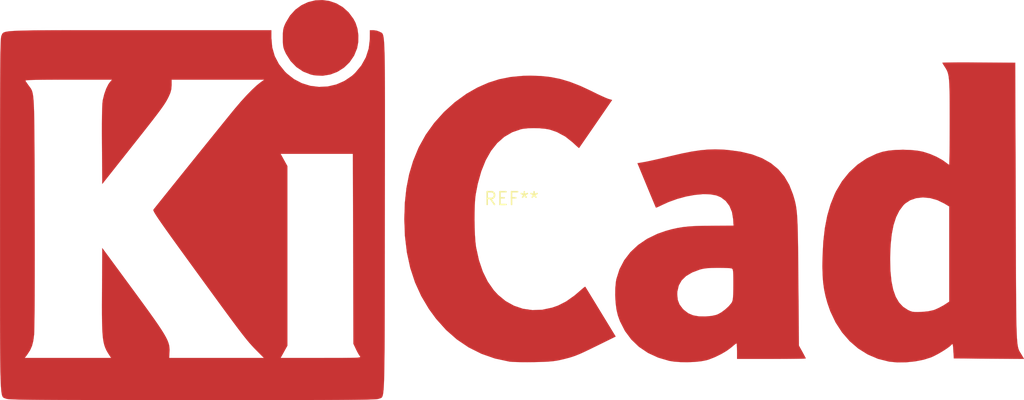
<source format=kicad_pcb>
(kicad_pcb (version 20240108) (generator pcbnew)
  (layers (0 "F.Cu" signal) (31 "B.Cu" signal) (34 "B.Paste" user) (35 "F.Paste" user) (36 "B.SilkS" user "B.Silkscreen") (37 "F.SilkS" user "F.Silkscreen") (38 "B.Mask" user) (39 "F.Mask" user) (44 "Edge.Cuts" user))
  (net 0 "")
  (footprint "KiCad-Logo_40mm_Copper" (layer "F.Cu") (at 0 0)
    (property "Reference" "REF**")
    (property "Value" "KiCad-Logo_40mm_Copper")
    (fp_poly (pts (xy -18.076147 -19.650519) (xy -17.392473 -19.413475) (xy -16.755948 -19.040369) (xy -16.187475 -18.531249) (xy -15.707957 -17.886164) (xy -15.492558 -17.47957) (xy -15.306139 -16.910856) (xy -15.215783 -16.254297) (xy -15.225791 -15.579316) (xy -15.336888 -14.967668) (xy -15.640538 -14.220254) (xy -16.080859 -13.571926) (xy -16.635471 -13.035442) (xy -17.281992 -12.623556) (xy -17.998045 -12.349026) (xy -18.761249 -12.224609) (xy -19.549223 -12.26306) (xy -19.937635 -12.345233) (xy -20.694616 -12.639697) (xy -21.366937 -13.089033) (xy -21.938382 -13.679389) (xy -22.392732 -14.396911) (xy -22.431172 -14.475269) (xy -22.564057 -14.769316) (xy -22.647495 -15.016965) (xy -22.692796 -15.278216) (xy -22.711271 -15.613068) (xy -22.714337 -15.977419) (xy -22.709267 -16.415171) (xy -22.68638 -16.731635) (xy -22.634165 -16.987491) (xy -22.541108 -17.243421) (xy -22.426241 -17.495922) (xy -21.997791 -18.212699) (xy -21.470172 -18.793068) (xy -20.864288 -19.237078) (xy -20.201041 -19.544779) (xy -19.501333 -19.71622) (xy -18.786068 -19.75145) (xy -18.076147 -19.650519)) (layer "F.Cu") (stroke (width 0.01)) (fill solid))
    (fp_poly (pts (xy 2.91731 -12.197409) (xy 3.899021 -12.089935) (xy 4.850132 -11.897568) (xy 5.809334 -11.610276) (xy 6.81532 -11.218022) (xy 7.90678 -10.710775) (xy 8.103339 -10.612522) (xy 8.554413 -10.3903) (xy 8.979838 -10.190201) (xy 9.337626 -10.031336) (xy 9.585788 -9.932816) (xy 9.62391 -9.920412) (xy 9.989247 -9.810954) (xy 8.353853 -7.431821) (xy 7.954021 -6.85035) (xy 7.588463 -6.3191) (xy 7.269611 -5.856106) (xy 7.009897 -5.479405) (xy 6.821751 -5.207034) (xy 6.717605 -5.057029) (xy 6.700685 -5.033272) (xy 6.631963 -5.082943) (xy 6.462798 -5.232265) (xy 6.223446 -5.454115) (xy 6.091353 -5.579509) (xy 5.342942 -6.174774) (xy 4.502422 -6.627107) (xy 3.778136 -6.874876) (xy 3.343358 -6.952689) (xy 2.798978 -7.000108) (xy 2.209023 -7.016253) (xy 1.63752 -7.000245) (xy 1.148496 -6.951206) (xy 0.953357 -6.913649) (xy 0.073824 -6.611051) (xy -0.718739 -6.149014) (xy -1.423747 -5.528383) (xy -2.040612 -4.750003) (xy -2.568748 -3.814719) (xy -3.007568 -2.723375) (xy -3.356485 -1.476817) (xy -3.56385 -0.409678) (xy -3.617951 0.061422) (xy -3.654812 0.670014) (xy -3.67479 1.372365) (xy -3.678241 2.12474) (xy -3.665521 2.883406) (xy -3.636987 3.604629) (xy -3.592995 4.244675) (xy -3.5339 4.759809) (xy -3.521108 4.839288) (xy -3.239164 6.119535) (xy -2.855014 7.252612) (xy -2.366323 8.243595) (xy -1.770752 9.09756) (xy -1.348 9.559251) (xy -0.588248 10.186092) (xy 0.24496 10.650735) (xy 1.137568 10.950651) (xy 2.075522 11.083312) (xy 3.044766 11.04619) (xy 4.031244 10.836755) (xy 4.614467 10.631824) (xy 5.421553 10.221455) (xy 6.253401 9.632791) (xy 6.719365 9.234707) (xy 6.981005 9.004303) (xy 7.186568 8.835264) (xy 7.303576 8.753812) (xy 7.3181 8.751327) (xy 7.370325 8.834557) (xy 7.505643 9.054495) (xy 7.712525 9.392285) (xy 7.979445 9.829072) (xy 8.294876 10.346001) (xy 8.647289 10.924217) (xy 8.843446 11.246321) (xy 10.341756 13.707338) (xy 8.471057 14.631832) (xy 7.794681 14.963908) (xy 7.246759 15.225765) (xy 6.793798 15.430409) (xy 6.402305 15.590844) (xy 6.038789 15.720076) (xy 5.669755 15.83111) (xy 5.261713 15.936952) (xy 4.870609 16.029898) (xy 4.522985 16.101819) (xy 4.15944 16.156171) (xy 3.743579 16.19597) (xy 3.23901 16.224232) (xy 2.609337 16.243975) (xy 2.184946 16.252496) (xy 1.579411 16.258312) (xy 0.998779 16.25538) (xy 0.481476 16.244535) (xy 0.065926 16.226613) (xy -0.209446 16.20245) (xy -0.225764 16.200041) (xy -1.655696 15.890683) (xy -2.998501 15.421498) (xy -4.253705 14.792797) (xy -5.420838 14.004888) (xy -6.499426 13.058081) (xy -7.488997 11.952685) (xy -8.20567 10.970251) (xy -8.968629 9.684328) (xy -9.585369 8.326319) (xy -10.058872 6.885334) (xy -10.392119 5.350487) (xy -10.588094 3.71089) (xy -10.649836 2.045999) (xy -10.599056 0.435447) (xy -10.43948 -1.050525) (xy -10.166037 -2.436981) (xy -9.773656 -3.748987) (xy -9.257267 -5.011607) (xy -9.195608 -5.142417) (xy -8.516313 -6.365201) (xy -7.681992 -7.528801) (xy -6.716282 -8.609133) (xy -5.64282 -9.582111) (xy -4.485245 -10.423652) (xy -3.406621 -11.040952) (xy -2.316985 -11.524433) (xy -1.225036 -11.874656) (xy -0.088504 -12.101157) (xy 1.134884 -12.213466) (xy 1.866308 -12.230025) (xy 2.91731 -12.197409)) (layer "F.Cu") (stroke (width 0.01)) (fill solid))
    (fp_poly (pts (xy 45.369891 -13.54794) (xy 46.144181 -13.544763) (xy 46.407347 -13.543159) (xy 50.026164 -13.519355) (xy 50.071684 0.364158) (xy 50.077696 2.246803) (xy 50.083028 3.956215) (xy 50.088021 5.501238) (xy 50.09302 6.890713) (xy 50.098365 8.133485) (xy 50.1044 9.238396) (xy 50.111467 10.214289) (xy 50.119909 11.070007) (xy 50.130067 11.814393) (xy 50.142285 12.456291) (xy 50.156905 13.004543) (xy 50.174269 13.467992) (xy 50.19472 13.855482) (xy 50.2186 14.175855) (xy 50.246252 14.437954) (xy 50.278019 14.650623) (xy 50.314242 14.822704) (xy 50.355264 14.963041) (xy 50.401428 15.080476) (xy 50.453076 15.183852) (xy 50.510551 15.282014) (xy 50.574195 15.383802) (xy 50.644351 15.498062) (xy 50.658731 15.522399) (xy 50.899987 15.934072) (xy 43.926523 15.88638) (xy 43.881003 15.120475) (xy 43.856219 14.752911) (xy 43.830391 14.540408) (xy 43.795345 14.456089) (xy 43.742909 14.473075) (xy 43.698924 14.521661) (xy 43.507323 14.698639) (xy 43.195045 14.926123) (xy 42.806085 15.176933) (xy 42.384439 15.423889) (xy 41.974106 15.63981) (xy 41.659045 15.78187) (xy 40.920915 16.015316) (xy 40.074023 16.180681) (xy 39.180889 16.271648) (xy 38.304036 16.281896) (xy 37.505984 16.205109) (xy 37.492844 16.20291) (xy 36.400844 15.928898) (xy 35.378626 15.492334) (xy 34.436049 14.902602) (xy 33.582974 14.169086) (xy 32.82926 13.301171) (xy 32.184766 12.308241) (xy 31.659353 11.199679) (xy 31.37328 10.378495) (xy 31.18463 9.691484) (xy 31.044728 9.026224) (xy 30.949298 8.342301) (xy 30.894062 7.599302) (xy 30.874743 6.756816) (xy 30.8833 6.068873) (xy 37.601086 6.068873) (xy 37.632875 7.222441) (xy 37.733156 8.214891) (xy 37.905012 9.055032) (xy 38.151529 9.751673) (xy 38.475793 10.313622) (xy 38.880888 10.749687) (xy 39.348486 11.057951) (xy 39.591801 11.173031) (xy 39.802824 11.242025) (xy 40.038092 11.273589) (xy 40.354142 11.276384) (xy 40.694623 11.264094) (xy 41.364205 11.205034) (xy 41.893783 11.089378) (xy 42.060215 11.031445) (xy 42.44025 10.86034) (xy 42.841076 10.645476) (xy 43.016129 10.537921) (xy 43.471326 10.23935) (xy 43.471326 0.775687) (xy 42.970609 0.47555) (xy 42.272307 0.136409) (xy 41.558862 -0.064162) (xy 40.856366 -0.127347) (xy 40.190911 -0.054328) (xy 39.588591 0.15371) (xy 39.075497 0.495586) (xy 38.909938 0.659687) (xy 38.510874 1.197372) (xy 38.18788 1.848236) (xy 37.938259 2.623437) (xy 37.75931 3.534129) (xy 37.648333 4.59147) (xy 37.602631 5.806614) (xy 37.601086 6.068873) (xy 30.8833 6.068873) (xy 30.886863 5.78252) (xy 30.963608 4.283862) (xy 31.117927 2.932093) (xy 31.353882 1.707523) (xy 31.675538 0.590459) (xy 32.086958 -0.43879) (xy 32.233772 -0.743928) (xy 32.825136 -1.739012) (xy 33.539768 -2.623308) (xy 34.360865 -3.382541) (xy 35.271626 -4.002439) (xy 36.255247 -4.468726) (xy 36.844865 -4.661072) (xy 37.423929 -4.775259) (xy 38.120683 -4.843197) (xy 38.876715 -4.864916) (xy 39.633616 -4.840446) (xy 40.332974 -4.769817) (xy 40.894507 -4.659015) (xy 41.562859 -4.441727) (xy 42.21065 -4.16231) (xy 42.777416 -3.849067) (xy 43.07907 -3.636473) (xy 43.287147 -3.478387) (xy 43.432845 -3.382129) (xy 43.465987 -3.368459) (xy 43.476263 -3.45653) (xy 43.485844 -3.70887) (xy 43.494518 -4.107672) (xy 43.502072 -4.635125) (xy 43.508294 -5.273422) (xy 43.512971 -6.004753) (xy 43.515892 -6.811311) (xy 43.516845 -7.632843) (xy 43.516313 -8.685081) (xy 43.513695 -9.572209) (xy 43.507463 -10.311197) (xy 43.496085 -10.919013) (xy 43.478031 -11.412626) (xy 43.451773 -11.809004) (xy 43.415779 -12.125116) (xy 43.368519 -12.377932) (xy 43.308464 -12.584419) (xy 43.234084 -12.761547) (xy 43.143847 -12.926283) (xy 43.036225 -13.095598) (xy 43.022379 -13.116561) (xy 42.883571 -13.33585) (xy 42.799766 -13.486641) (xy 42.78853 -13.518448) (xy 42.876343 -13.528483) (xy 43.126897 -13.536647) (xy 43.520859 -13.542806) (xy 44.038899 -13.546829) (xy 44.661687 -13.548585) (xy 45.369891 -13.54794)) (layer "F.Cu") (stroke (width 0.01)) (fill solid))
    (fp_poly (pts (xy 21.003171 -4.878774) (xy 21.45424 -4.84463) (xy 22.744807 -4.672925) (xy 23.887739 -4.399057) (xy 24.888601 -4.019258) (xy 25.752962 -3.529759) (xy 26.486389 -2.926793) (xy 27.094447 -2.206592) (xy 27.582705 -1.365386) (xy 27.939238 -0.455197) (xy 28.029739 -0.164862) (xy 28.108547 0.107024) (xy 28.17659 0.375097) (xy 28.234799 0.653997) (xy 28.284101 0.958361) (xy 28.325426 1.302825) (xy 28.359703 1.70203) (xy 28.387861 2.170611) (xy 28.410829 2.723206) (xy 28.429537 3.374454) (xy 28.444913 4.138993) (xy 28.457886 5.031459) (xy 28.469385 6.066491) (xy 28.48034 7.258726) (xy 28.488172 8.193548) (xy 28.54086 14.611828) (xy 28.882258 15.229478) (xy 29.043918 15.527037) (xy 29.16422 15.758161) (xy 29.221612 15.88118) (xy 29.223655 15.889514) (xy 29.135934 15.899051) (xy 28.886037 15.907838) (xy 28.49387 15.915629) (xy 27.979334 15.922176) (xy 27.362335 15.927233) (xy 26.662776 15.930551) (xy 25.900559 15.931885) (xy 25.809677 15.9319) (xy 22.395698 15.9319) (xy 22.395698 15.158064) (xy 22.389877 14.808356) (xy 22.374342 14.540903) (xy 22.351989 14.397504) (xy 22.342108 14.384229) (xy 22.251745 14.439834) (xy 22.065771 14.58577) (xy 21.824052 14.790719) (xy 21.818632 14.79546) (xy 21.377526 15.123867) (xy 20.820444 15.45363) (xy 20.210334 15.752354) (xy 19.610143 15.987643) (xy 19.345878 16.068048) (xy 18.819971 16.170172) (xy 18.174659 16.23534) (xy 17.469013 16.262623) (xy 16.762107 16.251091) (xy 16.113014 16.199817) (xy 15.658781 16.126036) (xy 14.544848 15.798921) (xy 13.542011 15.33273) (xy 12.656799 14.733247) (xy 11.895737 14.006255) (xy 11.265354 13.157538) (xy 10.772177 12.19288) (xy 10.559416 11.607527) (xy 10.426077 11.038589) (xy 10.337711 10.355595) (xy 10.296824 9.621547) (xy 10.298169 9.514735) (xy 16.455376 9.514735) (xy 16.506434 10.060177) (xy 16.67645 10.513474) (xy 16.990683 10.934026) (xy 17.111371 11.057344) (xy 17.540401 11.390736) (xy 18.036283 11.604313) (xy 18.630379 11.707699) (xy 19.255996 11.715309) (xy 19.849381 11.665047) (xy 20.303708 11.566736) (xy 20.501021 11.492896) (xy 20.856651 11.291652) (xy 21.233458 11.008631) (xy 21.577251 10.690985) (xy 21.833836 10.385867) (xy 21.901971 10.273938) (xy 21.954936 10.117191) (xy 21.992594 9.867776) (xy 22.016697 9.501867) (xy 22.029001 8.99564) (xy 22.031541 8.51385) (xy 22.02982 7.952147) (xy 22.022869 7.545996) (xy 22.008007 7.268886) (xy 21.982552 7.094308) (xy 21.943822 6.995752) (xy 21.889136 6.946709) (xy 21.872222 6.938899) (xy 21.725236 6.914842) (xy 21.435336 6.895167) (xy 21.041669 6.881645) (xy 20.583381 6.87605) (xy 20.48387 6.876045) (xy 19.871287 6.885821) (xy 19.398025 6.914898) (xy 19.021971 6.967257) (xy 18.711342 7.043727) (xy 17.94082 7.335118) (xy 17.336578 7.693368) (xy 16.893383 8.124207) (xy 16.606004 8.633366) (xy 16.469209 9.226574) (xy 16.455376 9.514735) (xy 10.298169 9.514735) (xy 10.305921 8.899447) (xy 10.367509 8.252296) (xy 10.415548 7.99084) (xy 10.722301 7.020058) (xy 11.188746 6.126847) (xy 11.806079 5.319773) (xy 12.565495 4.607404) (xy 13.45819 3.998307) (xy 14.475358 3.501049) (xy 15.340143 3.19909) (xy 15.918114 3.040453) (xy 16.470941 2.917185) (xy 17.034431 2.825285) (xy 17.644392 2.760748) (xy 18.336632 2.719572) (xy 19.146958 2.697754) (xy 19.879575 2.69161) (xy 22.051981 2.685663) (xy 22.010366 2.03266) (xy 21.89219 1.324142) (xy 21.640804 0.715144) (xy 21.266911 0.220872) (xy 20.781213 -0.143467) (xy 20.353547 -0.321253) (xy 19.740784 -0.433301) (xy 19.011314 -0.449391) (xy 18.199333 -0.375456) (xy 17.339036 -0.217427) (xy 16.464618 0.018764) (xy 15.610274 0.327185) (xy 14.989415 0.60926) (xy 14.690704 0.754105) (xy 14.462863 0.855269) (xy 14.346992 0.894743) (xy 14.340703 0.893477) (xy 14.300718 0.805059) (xy 14.200874 0.5707) (xy 14.050567 0.212851) (xy 13.85919 -0.246033) (xy 13.636141 -0.783502) (xy 13.409414 -1.332016) (xy 12.502991 -3.528906) (xy 13.147732 -3.634804) (xy 13.427183 -3.687937) (xy 13.847277 -3.777176) (xy 14.372026 -3.894422) (xy 14.965445 -4.031572) (xy 15.591545 -4.180526) (xy 15.84086 -4.241057) (xy 16.919461 -4.491229) (xy 17.863774 -4.678792) (xy 18.70905 -4.807538) (xy 19.49054 -4.881257) (xy 20.243497 -4.903739) (xy 21.003171 -4.878774)) (layer "F.Cu") (stroke (width 0.01)) (fill solid))
    (fp_poly (pts (xy -39.491485 -16.751528) (xy -37.737477 -16.751291) (xy -36.921009 -16.751255) (xy -23.85233 -16.751255) (xy -23.85233 -15.980888) (xy -23.770106 -15.043413) (xy -23.521945 -14.178803) (xy -23.10562 -13.381919) (xy -22.5189 -12.647621) (xy -22.320394 -12.449301) (xy -21.606317 -11.886763) (xy -20.818964 -11.476492) (xy -19.981722 -11.2183) (xy -19.117975 -11.112002) (xy -18.251109 -11.157412) (xy -17.404509 -11.354343) (xy -16.601561 -11.702608) (xy -15.865651 -12.202023) (xy -15.535143 -12.503329) (xy -14.919243 -13.24208) (xy -14.467612 -14.054462) (xy -14.184187 -14.931191) (xy -14.072906 -15.86298) (xy -14.071427 -15.954645) (xy -14.065592 -16.751225) (xy -13.715481 -16.75124) (xy -13.4049 -16.709089) (xy -13.121185 -16.606531) (xy -13.102436 -16.595936) (xy -13.038357 -16.562687) (xy -12.979514 -16.536793) (xy -12.925693 -16.510711) (xy -12.876683 -16.476899) (xy -12.832269 -16.427815) (xy -12.79224 -16.355917) (xy -12.756384 -16.253662) (xy -12.724486 -16.113509) (xy -12.696335 -15.927914) (xy -12.671718 -15.689336) (xy -12.650423 -15.390232) (xy -12.632236 -15.023061) (xy -12.616945 -14.58028) (xy -12.604337 -14.054346) (xy -12.5942 -13.437718) (xy -12.586321 -12.722853) (xy -12.580488 -11.902209) (xy -12.576487 -10.968244) (xy -12.574107 -9.913415) (xy -12.573133 -8.730181) (xy -12.573355 -7.410998) (xy -12.574558 -5.948326) (xy -12.576531 -4.334621) (xy -12.579061 -2.562341) (xy -12.581935 -0.623944) (xy -12.58494 1.488112) (xy -12.585289 1.745431) (xy -12.587983 3.870956) (xy -12.59027 5.821942) (xy -12.59239 7.605928) (xy -12.594587 9.230453) (xy -12.597101 10.703056) (xy -12.600176 12.031275) (xy -12.604053 13.222649) (xy -12.608975 14.284718) (xy -12.615183 15.225019) (xy -12.62292 16.051093) (xy -12.632428 16.770477) (xy -12.643949 17.39071) (xy -12.657725 17.919332) (xy -12.673999 18.363881) (xy -12.693012 18.731896) (xy -12.715006 19.030916) (xy -12.740224 19.26848) (xy -12.768908 19.452126) (xy -12.8013 19.589393) (xy -12.837641 19.687821) (xy -12.878175 19.754948) (xy -12.923144 19.798312) (xy -12.972788 19.825453) (xy -13.027352 19.84391) (xy -13.087076 19.861221) (xy -13.152202 19.884925) (xy -13.168112 19.892141) (xy -13.218114 19.908355) (xy -13.301802 19.923253) (xy -13.426485 19.936887) (xy -13.599471 19.94931) (xy -13.828065 19.960576) (xy -14.119576 19.970737) (xy -14.481312 19.979847) (xy -14.920579 19.987958) (xy -15.444685 19.995123) (xy -16.060937 20.001396) (xy -16.776643 20.00683) (xy -17.599111 20.011478) (xy -18.535647 20.015392) (xy -19.593559 20.018625) (xy -20.780154 20.021232) (xy -22.10274 20.023264) (xy -23.568625 20.024775) (xy -25.185115 20.025818) (xy -26.959519 20.026446) (xy -28.899142 20.026711) (xy -31.011294 20.026668) (xy -31.69548 20.026601) (xy -33.854488 20.026254) (xy -35.838813 20.025688) (xy -37.655849 20.024843) (xy -39.31299 20.023662) (xy -40.817632 20.022088) (xy -42.17717 20.020062) (xy -43.398998 20.017527) (xy -44.490511 20.014425) (xy -45.459104 20.010698) (xy -46.312172 20.006289) (xy -47.05711 20.001139) (xy -47.701312 19.995191) (xy -48.252174 19.988387) (xy -48.71709 19.980669) (xy -49.103455 19.97198) (xy -49.418664 19.962261) (xy -49.670112 19.951455) (xy -49.865193 19.939505) (xy -50.011304 19.926352) (xy -50.115837 19.911938) (xy -50.186189 19.896206) (xy -50.224542 19.8818) (xy -50.292704 19.853054) (xy -50.355289 19.831856) (xy -50.412534 19.810678) (xy -50.464674 19.781991) (xy -50.511947 19.738267) (xy -50.55459 19.671979) (xy -50.59284 19.575598) (xy -50.626933 19.441596) (xy -50.657107 19.262444) (xy -50.683599 19.030616) (xy -50.706646 18.738581) (xy -50.726484 18.378814) (xy -50.74335 17.943784) (xy -50.757482 17.425964) (xy -50.769116 16.817826) (xy -50.77849 16.111842) (xy -50.780944 15.84086) (xy -48.351202 15.84086) (xy -39.763289 15.84086) (xy -39.928536 15.590502) (xy -40.092924 15.333226) (xy -40.232131 15.088232) (xy -40.348136 14.838375) (xy -40.442921 14.56651) (xy -40.518466 14.255492) (xy -40.576749 13.888176) (xy -40.619752 13.447416) (xy -40.649455 12.916067) (xy -40.667837 12.276985) (xy -40.676879 11.513024) (xy -40.678561 10.607039) (xy -40.674863 9.541886) (xy -40.672766 9.14644) (xy -40.649104 4.907078) (xy -37.963441 8.563369) (xy -37.202597 9.600612) (xy -36.543417 10.50381) (xy -35.978782 11.284929) (xy -35.501577 11.955934) (xy -35.104682 12.528791) (xy -34.780981 13.015467) (xy -34.523355 13.427928) (xy -34.324688 13.778139) (xy -34.177862 14.078066) (xy -34.075758 14.339676) (xy -34.01126 14.574934) (xy -33.97725 14.795806) (xy -33.96661 15.014258) (xy -33.972223 15.242256) (xy -33.973655 15.270914) (xy -34.003226 15.841242) (xy -29.297454 15.841051) (xy -24.591681 15.84086) (xy -25.291719 15.134999) (xy -25.481679 14.94194) (xy -25.661886 14.754085) (xy -25.840251 14.561075) (xy -26.02468 14.352548) (xy -26.223084 14.118145) (xy -26.443369 13.847505) (xy -26.693446 13.530269) (xy -26.981223 13.156076) (xy -27.314608 12.714566) (xy -27.701511 12.195379) (xy -28.149839 11.588155) (xy -28.667501 10.882533) (xy -29.262407 10.068154) (xy -29.942464 9.134657) (xy -30.715582 8.071682) (xy -31.349271 7.199732) (xy -32.144574 6.104306) (xy -32.83836 5.146524) (xy -33.436914 4.31729) (xy -33.946522 3.607513) (xy -34.373468 3.008099) (xy -34.724038 2.509955) (xy -35.004517 2.103987) (xy -35.221189 1.781103) (xy -35.380341 1.532208) (xy -35.488256 1.34821) (xy -35.551219 1.220014) (xy -35.575517 1.138529) (xy -35.568213 1.095688) (xy -35.479709 0.981681) (xy -35.288359 0.74036) (xy -35.005709 0.386068) (xy -34.643305 -0.06685) (xy -34.212692 -0.604051) (xy -33.725418 -1.211191) (xy -33.193028 -1.873925) (xy -32.627068 -2.57791) (xy -32.039084 -3.308801) (xy -31.440622 -4.052256) (xy -31.111448 -4.460932) (xy -22.938491 -4.460932) (xy -22.598816 -3.846416) (xy -22.25914 -3.2319) (xy -22.25914 14.611828) (xy -22.598816 15.226344) (xy -22.938491 15.84086) (xy -18.920369 15.84086) (xy -17.961135 15.840581) (xy -17.168822 15.839323) (xy -16.528271 15.836451) (xy -16.024325 15.831332) (xy -15.641827 15.823334) (xy -15.365617 15.811822) (xy -15.180538 15.796163) (xy -15.071432 15.775724) (xy -15.023142 15.749871) (xy -15.020508 15.717971) (xy -15.048375 15.679391) (xy -15.048663 15.679072) (xy -15.163452 15.513024) (xy -15.315455 15.243035) (xy -15.449691 14.973516) (xy -15.704302 14.429749) (xy -15.730269 4.984409) (xy -15.756236 -4.460932) (xy -22.938491 -4.460932) (xy -31.111448 -4.460932) (xy -30.843229 -4.793929) (xy -30.258451 -5.519477) (xy -29.697832 -6.214555) (xy -29.172921 -6.864821) (xy -28.695262 -7.45593) (xy -28.276401 -7.973537) (xy -27.927886 -8.4033) (xy -27.661261 -8.730873) (xy -27.504658 -8.921864) (xy -26.896543 -9.636065) (xy -26.311506 -10.280566) (xy -25.770051 -10.834267) (xy -25.292682 -11.276067) (xy -24.953904 -11.546929) (xy -24.553327 -11.835126) (xy -33.766131 -11.835126) (xy -33.763545 -11.294512) (xy -33.789293 -10.897057) (xy -33.886094 -10.528578) (xy -34.035939 -10.179279) (xy -34.133346 -9.981947) (xy -34.238075 -9.786418) (xy -34.359694 -9.579712) (xy -34.50777 -9.348848) (xy -34.69187 -9.080847) (xy -34.921561 -8.762728) (xy -35.20641 -8.381511) (xy -35.555984 -7.924215) (xy -35.97985 -7.377859) (xy -36.487575 -6.729465) (xy -37.088727 -5.966051) (xy -37.792871 -5.074637) (xy -37.872402 -4.974056) (xy -40.649104 -1.462684) (xy -40.675985 -5.351593) (xy -40.681397 -6.516435) (xy -40.680245 -7.502565) (xy -40.672472 -8.313234) (xy -40.658021 -8.951691) (xy -40.636836 -9.421187) (xy -40.608862 -9.724973) (xy -40.59946 -9.7826) (xy -40.451946 -10.38961) (xy -40.258671 -10.936832) (xy -40.038121 -11.37682) (xy -39.905624 -11.563427) (xy -39.677005 -11.835126) (xy -44.014843 -11.835126) (xy -45.049615 -11.834241) (xy -45.914924 -11.831361) (xy -46.623378 -11.826152) (xy -47.187587 -11.818276) (xy -47.620159 -11.807398) (xy -47.933702 -11.793182) (xy -48.140825 -11.775291) (xy -48.254137 -11.753389) (xy -48.286246 -11.72714) (xy -48.284025 -11.721326) (xy -48.192067 -11.582522) (xy -48.038546 -11.362505) (xy -47.959117 -11.251231) (xy -47.876996 -11.140188) (xy -47.803183 -11.040886) (xy -47.737211 -10.943555) (xy -47.678617 -10.838421) (xy -47.626936 -10.715712) (xy -47.581702 -10.565656) (xy -47.542452 -10.378482) (xy -47.50872 -10.144416) (xy -47.480041 -9.853686) (xy -47.455952 -9.496521) (xy -47.435986 -9.063149) (xy -47.41968 -8.543796) (xy -47.406569 -7.928691) (xy -47.396188 -7.208061) (xy -47.388072 -6.372135) (xy -47.381757 -5.41114) (xy -47.376777 -4.315304) (xy -47.372669 -3.074855) (xy -47.368966 -1.680021) (xy -47.365206 -0.121028) (xy -47.361691 1.311181) (xy -47.358372 2.907843) (xy -47.356647 4.431208) (xy -47.356469 5.871546) (xy -47.357792 7.219126) (xy -47.360572 8.464217) (xy -47.364761 9.597089) (xy -47.370314 10.608013) (xy -47.377185 11.487257) (xy -47.385329 12.225091) (xy -47.394699 12.811785) (xy -47.405251 13.237609) (xy -47.416938 13.492832) (xy -47.419149 13.519804) (xy -47.499682 14.13856) (xy -47.625411 14.635489) (xy -47.816878 15.069169) (xy -48.094627 15.498174) (xy -48.129369 15.544982) (xy -48.351202 15.84086) (xy -50.780944 15.84086) (xy -50.785839 15.300484) (xy -50.791402 14.376223) (xy -50.795414 13.331531) (xy -50.798114 12.158881) (xy -50.799738 10.850743) (xy -50.800521 9.39959) (xy -50.800703 7.797894) (xy -50.80052 6.038126) (xy -50.800209 4.112759) (xy -50.800006 2.014264) (xy -50.8 1.59767) (xy -50.799882 -0.522926) (xy -50.799488 -2.468916) (xy -50.79876 -4.247773) (xy -50.79764 -5.86697) (xy -50.796071 -7.333982) (xy -50.793994 -8.656279) (xy -50.791351 -9.841336) (xy -50.788085 -10.896626) (xy -50.784138 -11.829622) (xy -50.779451 -12.647796) (xy -50.773967 -13.358621) (xy -50.767627 -13.969572) (xy -50.760374 -14.48812) (xy -50.75215 -14.921739) (xy -50.742896 -15.277902) (xy -50.732555 -15.564082) (xy -50.72107 -15.787752) (xy -50.708381 -15.956385) (xy -50.694431 -16.077453) (xy -50.679161 -16.158431) (xy -50.662515 -16.206791) (xy -50.6619 -16.207998) (xy -50.627614 -16.281875) (xy -50.599058 -16.348759) (xy -50.567469 -16.408995) (xy -50.524084 -16.462931) (xy -50.460143 -16.510913) (xy -50.366883 -16.553287) (xy -50.235542 -16.5904) (xy -50.057357 -16.622597) (xy -49.823568 -16.650227) (xy -49.525411 -16.673634) (xy -49.154124 -16.693165) (xy -48.700946 -16.709167) (xy -48.157115 -16.721987) (xy -47.513868 -16.731969) (xy -46.762443 -16.739462) (xy -45.894078 -16.744812) (xy -44.900012 -16.748364) (xy -43.771481 -16.750465) (xy -42.499724 -16.751462) (xy -41.07598 -16.751701) (xy -39.491485 -16.751528)) (layer "F.Cu") (stroke (width 0.01)) (fill solid))
  )
)
</source>
